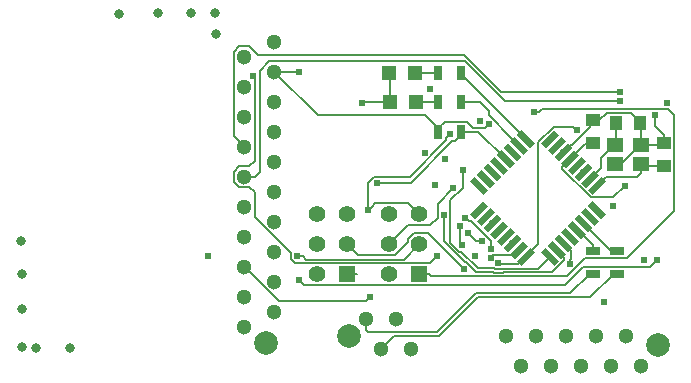
<source format=gbr>
G04 #@! TF.GenerationSoftware,KiCad,Pcbnew,5.1.4-e60b266~84~ubuntu18.04.1*
G04 #@! TF.CreationDate,2019-12-14T18:51:20-05:00*
G04 #@! TF.ProjectId,dashboard_MKV_ewan,64617368-626f-4617-9264-5f4d4b565f65,rev?*
G04 #@! TF.SameCoordinates,Original*
G04 #@! TF.FileFunction,Copper,L4,Bot*
G04 #@! TF.FilePolarity,Positive*
%FSLAX46Y46*%
G04 Gerber Fmt 4.6, Leading zero omitted, Abs format (unit mm)*
G04 Created by KiCad (PCBNEW 5.1.4-e60b266~84~ubuntu18.04.1) date 2019-12-14 18:51:20*
%MOMM*%
%LPD*%
G04 APERTURE LIST*
%ADD10C,1.300000*%
%ADD11C,2.000000*%
%ADD12R,0.700000X1.300000*%
%ADD13R,1.250000X1.000000*%
%ADD14R,1.000000X1.250000*%
%ADD15R,1.200000X1.200000*%
%ADD16R,1.400000X1.400000*%
%ADD17C,1.400000*%
%ADD18R,1.300000X0.700000*%
%ADD19C,0.550000*%
%ADD20C,0.100000*%
%ADD21R,1.400000X1.200000*%
%ADD22C,0.800000*%
%ADD23C,0.609600*%
%ADD24C,0.152400*%
G04 APERTURE END LIST*
D10*
X189157200Y-84934600D03*
X189157200Y-87474600D03*
X189157200Y-90014600D03*
X189157200Y-82394600D03*
X191697200Y-88744600D03*
X191697200Y-86204600D03*
X191697200Y-83664600D03*
X191697200Y-81124600D03*
X189157200Y-79854600D03*
X191697200Y-78584600D03*
X189157200Y-77314600D03*
X191697200Y-76044600D03*
X189157200Y-74774600D03*
X191697200Y-73504600D03*
X189157200Y-72234600D03*
X191697200Y-70964600D03*
X189157200Y-69694600D03*
X191697200Y-68424600D03*
X189157200Y-67154600D03*
X191697200Y-65884600D03*
D11*
X190957200Y-91414600D03*
D10*
X201958400Y-89355800D03*
X199418400Y-89355800D03*
X200688400Y-91895800D03*
X203228400Y-91895800D03*
D11*
X198018400Y-90855800D03*
D12*
X205552000Y-73533000D03*
X207452000Y-73533000D03*
D13*
X218643200Y-72507600D03*
X218643200Y-74507600D03*
D14*
X222615000Y-72771000D03*
X220615000Y-72771000D03*
D13*
X224663000Y-76438000D03*
X224663000Y-74438000D03*
D15*
X201465000Y-70993000D03*
X203665000Y-70993000D03*
X203622000Y-68580000D03*
X201422000Y-68580000D03*
D10*
X217652600Y-93370400D03*
X220192600Y-93370400D03*
X222732600Y-93370400D03*
X215112600Y-93370400D03*
X221462600Y-90830400D03*
X218922600Y-90830400D03*
X216382600Y-90830400D03*
X213842600Y-90830400D03*
X212572600Y-93370400D03*
X211302600Y-90830400D03*
D11*
X224132600Y-91570400D03*
D16*
X197866000Y-85598000D03*
D17*
X195326000Y-85598000D03*
X197866000Y-83058000D03*
X195326000Y-83058000D03*
X197866000Y-80518000D03*
X195326000Y-80518000D03*
X201422000Y-80518000D03*
X203962000Y-80518000D03*
X201422000Y-83058000D03*
X203962000Y-83058000D03*
X201422000Y-85598000D03*
D16*
X203962000Y-85598000D03*
D12*
X205552000Y-70993000D03*
X207452000Y-70993000D03*
X207452000Y-68580000D03*
X205552000Y-68580000D03*
D18*
X218694000Y-83632000D03*
X218694000Y-85532000D03*
X220726000Y-85532000D03*
X220726000Y-83632000D03*
D19*
X215020305Y-74135897D03*
D20*
G36*
X215391536Y-73375757D02*
G01*
X215780445Y-73764666D01*
X214649074Y-74896037D01*
X214260165Y-74507128D01*
X215391536Y-73375757D01*
X215391536Y-73375757D01*
G37*
D19*
X215585990Y-74701583D03*
D20*
G36*
X215957221Y-73941443D02*
G01*
X216346130Y-74330352D01*
X215214759Y-75461723D01*
X214825850Y-75072814D01*
X215957221Y-73941443D01*
X215957221Y-73941443D01*
G37*
D19*
X216151676Y-75267268D03*
D20*
G36*
X216522907Y-74507128D02*
G01*
X216911816Y-74896037D01*
X215780445Y-76027408D01*
X215391536Y-75638499D01*
X216522907Y-74507128D01*
X216522907Y-74507128D01*
G37*
D19*
X216717361Y-75832953D03*
D20*
G36*
X217088592Y-75072813D02*
G01*
X217477501Y-75461722D01*
X216346130Y-76593093D01*
X215957221Y-76204184D01*
X217088592Y-75072813D01*
X217088592Y-75072813D01*
G37*
D19*
X217283047Y-76398639D03*
D20*
G36*
X217654278Y-75638499D02*
G01*
X218043187Y-76027408D01*
X216911816Y-77158779D01*
X216522907Y-76769870D01*
X217654278Y-75638499D01*
X217654278Y-75638499D01*
G37*
D19*
X217848732Y-76964324D03*
D20*
G36*
X218219963Y-76204184D02*
G01*
X218608872Y-76593093D01*
X217477501Y-77724464D01*
X217088592Y-77335555D01*
X218219963Y-76204184D01*
X218219963Y-76204184D01*
G37*
D19*
X218414417Y-77530010D03*
D20*
G36*
X218785648Y-76769870D02*
G01*
X219174557Y-77158779D01*
X218043186Y-78290150D01*
X217654277Y-77901241D01*
X218785648Y-76769870D01*
X218785648Y-76769870D01*
G37*
D19*
X218980103Y-78095695D03*
D20*
G36*
X219351334Y-77335555D02*
G01*
X219740243Y-77724464D01*
X218608872Y-78855835D01*
X218219963Y-78466926D01*
X219351334Y-77335555D01*
X219351334Y-77335555D01*
G37*
D19*
X218980103Y-80146305D03*
D20*
G36*
X219740243Y-80517536D02*
G01*
X219351334Y-80906445D01*
X218219963Y-79775074D01*
X218608872Y-79386165D01*
X219740243Y-80517536D01*
X219740243Y-80517536D01*
G37*
D19*
X218414417Y-80711990D03*
D20*
G36*
X219174557Y-81083221D02*
G01*
X218785648Y-81472130D01*
X217654277Y-80340759D01*
X218043186Y-79951850D01*
X219174557Y-81083221D01*
X219174557Y-81083221D01*
G37*
D19*
X217848732Y-81277676D03*
D20*
G36*
X218608872Y-81648907D02*
G01*
X218219963Y-82037816D01*
X217088592Y-80906445D01*
X217477501Y-80517536D01*
X218608872Y-81648907D01*
X218608872Y-81648907D01*
G37*
D19*
X217283047Y-81843361D03*
D20*
G36*
X218043187Y-82214592D02*
G01*
X217654278Y-82603501D01*
X216522907Y-81472130D01*
X216911816Y-81083221D01*
X218043187Y-82214592D01*
X218043187Y-82214592D01*
G37*
D19*
X216717361Y-82409047D03*
D20*
G36*
X217477501Y-82780278D02*
G01*
X217088592Y-83169187D01*
X215957221Y-82037816D01*
X216346130Y-81648907D01*
X217477501Y-82780278D01*
X217477501Y-82780278D01*
G37*
D19*
X216151676Y-82974732D03*
D20*
G36*
X216911816Y-83345963D02*
G01*
X216522907Y-83734872D01*
X215391536Y-82603501D01*
X215780445Y-82214592D01*
X216911816Y-83345963D01*
X216911816Y-83345963D01*
G37*
D19*
X215585990Y-83540417D03*
D20*
G36*
X216346130Y-83911648D02*
G01*
X215957221Y-84300557D01*
X214825850Y-83169186D01*
X215214759Y-82780277D01*
X216346130Y-83911648D01*
X216346130Y-83911648D01*
G37*
D19*
X215020305Y-84106103D03*
D20*
G36*
X215780445Y-84477334D02*
G01*
X215391536Y-84866243D01*
X214260165Y-83734872D01*
X214649074Y-83345963D01*
X215780445Y-84477334D01*
X215780445Y-84477334D01*
G37*
D19*
X212969695Y-84106103D03*
D20*
G36*
X213340926Y-83345963D02*
G01*
X213729835Y-83734872D01*
X212598464Y-84866243D01*
X212209555Y-84477334D01*
X213340926Y-83345963D01*
X213340926Y-83345963D01*
G37*
D19*
X212404010Y-83540417D03*
D20*
G36*
X212775241Y-82780277D02*
G01*
X213164150Y-83169186D01*
X212032779Y-84300557D01*
X211643870Y-83911648D01*
X212775241Y-82780277D01*
X212775241Y-82780277D01*
G37*
D19*
X211838324Y-82974732D03*
D20*
G36*
X212209555Y-82214592D02*
G01*
X212598464Y-82603501D01*
X211467093Y-83734872D01*
X211078184Y-83345963D01*
X212209555Y-82214592D01*
X212209555Y-82214592D01*
G37*
D19*
X211272639Y-82409047D03*
D20*
G36*
X211643870Y-81648907D02*
G01*
X212032779Y-82037816D01*
X210901408Y-83169187D01*
X210512499Y-82780278D01*
X211643870Y-81648907D01*
X211643870Y-81648907D01*
G37*
D19*
X210706953Y-81843361D03*
D20*
G36*
X211078184Y-81083221D02*
G01*
X211467093Y-81472130D01*
X210335722Y-82603501D01*
X209946813Y-82214592D01*
X211078184Y-81083221D01*
X211078184Y-81083221D01*
G37*
D19*
X210141268Y-81277676D03*
D20*
G36*
X210512499Y-80517536D02*
G01*
X210901408Y-80906445D01*
X209770037Y-82037816D01*
X209381128Y-81648907D01*
X210512499Y-80517536D01*
X210512499Y-80517536D01*
G37*
D19*
X209575583Y-80711990D03*
D20*
G36*
X209946814Y-79951850D02*
G01*
X210335723Y-80340759D01*
X209204352Y-81472130D01*
X208815443Y-81083221D01*
X209946814Y-79951850D01*
X209946814Y-79951850D01*
G37*
D19*
X209009897Y-80146305D03*
D20*
G36*
X209381128Y-79386165D02*
G01*
X209770037Y-79775074D01*
X208638666Y-80906445D01*
X208249757Y-80517536D01*
X209381128Y-79386165D01*
X209381128Y-79386165D01*
G37*
D19*
X209009897Y-78095695D03*
D20*
G36*
X209770037Y-78466926D02*
G01*
X209381128Y-78855835D01*
X208249757Y-77724464D01*
X208638666Y-77335555D01*
X209770037Y-78466926D01*
X209770037Y-78466926D01*
G37*
D19*
X209575583Y-77530010D03*
D20*
G36*
X210335723Y-77901241D02*
G01*
X209946814Y-78290150D01*
X208815443Y-77158779D01*
X209204352Y-76769870D01*
X210335723Y-77901241D01*
X210335723Y-77901241D01*
G37*
D19*
X210141268Y-76964324D03*
D20*
G36*
X210901408Y-77335555D02*
G01*
X210512499Y-77724464D01*
X209381128Y-76593093D01*
X209770037Y-76204184D01*
X210901408Y-77335555D01*
X210901408Y-77335555D01*
G37*
D19*
X210706953Y-76398639D03*
D20*
G36*
X211467093Y-76769870D02*
G01*
X211078184Y-77158779D01*
X209946813Y-76027408D01*
X210335722Y-75638499D01*
X211467093Y-76769870D01*
X211467093Y-76769870D01*
G37*
D19*
X211272639Y-75832953D03*
D20*
G36*
X212032779Y-76204184D02*
G01*
X211643870Y-76593093D01*
X210512499Y-75461722D01*
X210901408Y-75072813D01*
X212032779Y-76204184D01*
X212032779Y-76204184D01*
G37*
D19*
X211838324Y-75267268D03*
D20*
G36*
X212598464Y-75638499D02*
G01*
X212209555Y-76027408D01*
X211078184Y-74896037D01*
X211467093Y-74507128D01*
X212598464Y-75638499D01*
X212598464Y-75638499D01*
G37*
D19*
X212404010Y-74701583D03*
D20*
G36*
X213164150Y-75072814D02*
G01*
X212775241Y-75461723D01*
X211643870Y-74330352D01*
X212032779Y-73941443D01*
X213164150Y-75072814D01*
X213164150Y-75072814D01*
G37*
D19*
X212969695Y-74135897D03*
D20*
G36*
X213729835Y-74507128D02*
G01*
X213340926Y-74896037D01*
X212209555Y-73764666D01*
X212598464Y-73375757D01*
X213729835Y-74507128D01*
X213729835Y-74507128D01*
G37*
D21*
X220515000Y-74638000D03*
X222715000Y-74638000D03*
X222715000Y-76238000D03*
X220515000Y-76238000D03*
D22*
X181856380Y-63482220D03*
X178521360Y-63517780D03*
X186692540Y-63482220D03*
X184591960Y-63482220D03*
X170256200Y-82796380D03*
X170357800Y-85598000D03*
X170357800Y-88544400D03*
X170357800Y-91770200D03*
X174365920Y-91826080D03*
X186740800Y-65227200D03*
X171485560Y-91813380D03*
D23*
X219595897Y-87925577D03*
X222961200Y-84419999D03*
X209143600Y-72593200D03*
X199136000Y-71069186D03*
X224948306Y-71079179D03*
X223901000Y-72145989D03*
X206121000Y-75819000D03*
X204876400Y-69900800D03*
X221386400Y-78089999D03*
X209843226Y-72895142D03*
X186080400Y-84023200D03*
X220328830Y-79816030D03*
X193751200Y-68478400D03*
X209843226Y-72895142D03*
X204437870Y-75304270D03*
X209995144Y-84209016D03*
X207843730Y-80783951D03*
X210007450Y-83439000D03*
X199771000Y-87503000D03*
X206857600Y-78282800D03*
X199627414Y-80183914D03*
X206552800Y-73710800D03*
X213664800Y-71831200D03*
X208661008Y-84074000D03*
X193649600Y-84074000D03*
X207450671Y-81474329D03*
X207603417Y-83135773D03*
X224098229Y-84347429D03*
X193751200Y-86106000D03*
X220916381Y-70933877D03*
X220937149Y-70172158D03*
X208085671Y-82109329D03*
X189915800Y-68834000D03*
X205486000Y-84074000D03*
X209245437Y-82804000D03*
X207645000Y-76771500D03*
X205295500Y-78041500D03*
X217297725Y-73388817D03*
X207719335Y-85107197D03*
X210644064Y-84608472D03*
X206042336Y-80566336D03*
X200406000Y-77848000D03*
X216725500Y-84709000D03*
D24*
X224463000Y-74638000D02*
X224663000Y-74438000D01*
X222715000Y-74638000D02*
X224463000Y-74638000D01*
X222715000Y-72871000D02*
X222615000Y-72771000D01*
X222715000Y-74638000D02*
X222715000Y-72871000D01*
X222615000Y-74638000D02*
X222715000Y-74638000D01*
X221015000Y-76238000D02*
X222615000Y-74638000D01*
X220515000Y-76238000D02*
X221015000Y-76238000D01*
X201465000Y-68623000D02*
X201422000Y-68580000D01*
X201465000Y-70993000D02*
X201465000Y-68623000D01*
X221886399Y-71917399D02*
X219833001Y-71917399D01*
X219217400Y-72533000D02*
X218440000Y-72533000D01*
X222615000Y-72771000D02*
X222615000Y-72646000D01*
X219833001Y-71917399D02*
X219217400Y-72533000D01*
X222615000Y-72646000D02*
X221886399Y-71917399D01*
X218440000Y-73079465D02*
X218440000Y-72533000D01*
X216888592Y-74630873D02*
X218440000Y-73079465D01*
X216151676Y-75267268D02*
X216788071Y-74630873D01*
X216788071Y-74630873D02*
X216888592Y-74630873D01*
X220515000Y-76238000D02*
X221036998Y-76238000D01*
X201465000Y-70993000D02*
X199212186Y-70993000D01*
X199212186Y-70993000D02*
X199136000Y-71069186D01*
X224663000Y-73785600D02*
X223901000Y-73023600D01*
X224663000Y-74438000D02*
X224663000Y-73785600D01*
X223901000Y-73023600D02*
X223901000Y-72009000D01*
X223901000Y-72009000D02*
X223901000Y-72145989D01*
X205552000Y-73233000D02*
X204455000Y-72136000D01*
X195408600Y-72136000D02*
X191697200Y-68424600D01*
X204455000Y-72136000D02*
X195408600Y-72136000D01*
X218017314Y-74533000D02*
X218440000Y-74533000D01*
X216717361Y-75832953D02*
X218017314Y-74533000D01*
X220391954Y-79084445D02*
X221386400Y-78089999D01*
X218514177Y-79084445D02*
X220391954Y-79084445D01*
X216080966Y-76651234D02*
X218514177Y-79084445D01*
X216717361Y-75832953D02*
X216080966Y-76469348D01*
X216080966Y-76469348D02*
X216080966Y-76651234D01*
X191697200Y-68424600D02*
X193697400Y-68424600D01*
X193697400Y-68424600D02*
X193751200Y-68478400D01*
X205552000Y-73533000D02*
X205552000Y-73233000D01*
X205552000Y-73233000D02*
X206130601Y-72654399D01*
X206130601Y-72654399D02*
X207984881Y-72654399D01*
X207984881Y-72654399D02*
X208530423Y-73199941D01*
X208530423Y-73199941D02*
X209538427Y-73199941D01*
X209538427Y-73199941D02*
X209843226Y-72895142D01*
X210240678Y-83963482D02*
X209995144Y-84209016D01*
X212404010Y-83540417D02*
X211980945Y-83963482D01*
X211980945Y-83963482D02*
X210240678Y-83963482D01*
X220415000Y-74638000D02*
X219329000Y-75724000D01*
X220515000Y-74638000D02*
X220415000Y-74638000D01*
X219329000Y-76615427D02*
X218414417Y-77530010D01*
X219329000Y-75724000D02*
X219329000Y-76615427D01*
X220615000Y-74538000D02*
X220515000Y-74638000D01*
X220615000Y-72771000D02*
X220615000Y-74538000D01*
X222715000Y-76238000D02*
X222488798Y-76238000D01*
X222915000Y-76438000D02*
X222715000Y-76238000D01*
X224663000Y-76438000D02*
X222915000Y-76438000D01*
X222715000Y-76990400D02*
X222362400Y-77343000D01*
X222715000Y-76238000D02*
X222715000Y-76990400D01*
X219732798Y-77343000D02*
X218980103Y-78095695D01*
X222362400Y-77343000D02*
X219732798Y-77343000D01*
X207843730Y-80783951D02*
X208148529Y-81088750D01*
X208148529Y-81088750D02*
X208319623Y-81088750D01*
X208319623Y-81088750D02*
X210007450Y-82776577D01*
X210007450Y-83007948D02*
X210007450Y-83439000D01*
X210007450Y-82776577D02*
X210007450Y-83007948D01*
X203665000Y-70993000D02*
X205552000Y-70993000D01*
X204374400Y-68580000D02*
X205552000Y-68580000D01*
X203622000Y-68580000D02*
X204374400Y-68580000D01*
X189807199Y-85584599D02*
X189157200Y-84934600D01*
X192088599Y-87865999D02*
X189807199Y-85584599D01*
X199408001Y-87865999D02*
X192088599Y-87865999D01*
X199771000Y-87503000D02*
X199408001Y-87865999D01*
X205508935Y-79631465D02*
X206857600Y-78282800D01*
X201422000Y-83058000D02*
X203033399Y-81446601D01*
X203033399Y-81446601D02*
X204884703Y-81446601D01*
X204884703Y-81446601D02*
X205508935Y-80822369D01*
X205508935Y-80822369D02*
X205508935Y-79631465D01*
X199932213Y-79879115D02*
X199627414Y-80183914D01*
X200221929Y-79589399D02*
X199932213Y-79879115D01*
X203033399Y-79589399D02*
X200221929Y-79589399D01*
X203962000Y-80518000D02*
X203033399Y-79589399D01*
X199627414Y-80183914D02*
X199627414Y-77837152D01*
X199627414Y-77837152D02*
X200149967Y-77314599D01*
X200149967Y-77314599D02*
X203181883Y-77314599D01*
X203181883Y-77314599D02*
X206248001Y-74248481D01*
X206248001Y-74248481D02*
X206248001Y-74015599D01*
X206248001Y-74015599D02*
X206552800Y-73710800D01*
X221558881Y-84210601D02*
X225516601Y-80252881D01*
X216506234Y-85717700D02*
X218013333Y-84210601D01*
X204920870Y-85704470D02*
X210088492Y-85704470D01*
X204814400Y-85598000D02*
X204920870Y-85704470D01*
X211186406Y-85717700D02*
X216506234Y-85717700D01*
X225516601Y-80252881D02*
X225516601Y-72102360D01*
X203962000Y-85598000D02*
X204814400Y-85598000D01*
X210135518Y-85751496D02*
X211152610Y-85751496D01*
X210088492Y-85704470D02*
X210135518Y-85751496D01*
X218013333Y-84210601D02*
X221558881Y-84210601D01*
X225516601Y-72102360D02*
X225026830Y-71612589D01*
X211152610Y-85751496D02*
X211186406Y-85717700D01*
X214095852Y-71831200D02*
X213664800Y-71831200D01*
X225026830Y-71612589D02*
X214314463Y-71612589D01*
X214314463Y-71612589D02*
X214095852Y-71831200D01*
X194080652Y-84074000D02*
X193649600Y-84074000D01*
X194371240Y-84364588D02*
X194080652Y-84074000D01*
X203962000Y-83058000D02*
X202655412Y-84364588D01*
X202655412Y-84364588D02*
X194371240Y-84364588D01*
X207450671Y-81474329D02*
X207450671Y-82983027D01*
X207450671Y-82983027D02*
X207603417Y-83135773D01*
X194171801Y-86526601D02*
X193751200Y-86106000D01*
X216287917Y-86526601D02*
X194171801Y-86526601D01*
X224098229Y-84347429D02*
X223492259Y-84953399D01*
X217861119Y-84953399D02*
X216287917Y-86526601D01*
X223492259Y-84953399D02*
X217861119Y-84953399D01*
X220485329Y-70933877D02*
X220916381Y-70933877D01*
X211217359Y-70933877D02*
X220485329Y-70933877D01*
X190076438Y-77314600D02*
X190449200Y-76941838D01*
X189157200Y-77314600D02*
X190076438Y-77314600D01*
X190449200Y-76941838D02*
X190449200Y-68372270D01*
X190449200Y-68372270D02*
X191275471Y-67545999D01*
X191275471Y-67545999D02*
X207829481Y-67545999D01*
X207829481Y-67545999D02*
X211217359Y-70933877D01*
X188278599Y-73895999D02*
X188507201Y-74124601D01*
X188507201Y-74124601D02*
X189157200Y-74774600D01*
X188278599Y-66732871D02*
X188278599Y-73895999D01*
X188735471Y-66275999D02*
X188278599Y-66732871D01*
X190295430Y-66992500D02*
X189578929Y-66275999D01*
X189578929Y-66275999D02*
X188735471Y-66275999D01*
X207707048Y-66992500D02*
X190295430Y-66992500D01*
X210886706Y-70172158D02*
X207707048Y-66992500D01*
X220937149Y-70172158D02*
X210886706Y-70172158D01*
X193116199Y-84330033D02*
X193455564Y-84669398D01*
X204890602Y-84669398D02*
X205486000Y-84074000D01*
X193116199Y-83817967D02*
X193116199Y-84330033D01*
X190035801Y-80737569D02*
X193116199Y-83817967D01*
X190035801Y-78650073D02*
X190035801Y-80737569D01*
X189578929Y-78193201D02*
X190035801Y-78650073D01*
X188735471Y-78193201D02*
X189578929Y-78193201D01*
X188278599Y-77736329D02*
X188735471Y-78193201D01*
X193455564Y-84669398D02*
X204890602Y-84669398D01*
X190035801Y-68954001D02*
X190035801Y-75979127D01*
X189915800Y-68834000D02*
X190035801Y-68954001D01*
X190035801Y-75979127D02*
X189578929Y-76435999D01*
X189578929Y-76435999D02*
X188735471Y-76435999D01*
X188735471Y-76435999D02*
X188278599Y-76892871D01*
X188278599Y-76892871D02*
X188278599Y-77736329D01*
X208780342Y-82804000D02*
X208814385Y-82804000D01*
X208085671Y-82109329D02*
X208780342Y-82804000D01*
X208814385Y-82804000D02*
X209245437Y-82804000D01*
X218694000Y-85532000D02*
X218394000Y-85532000D01*
X218394000Y-85532000D02*
X216727810Y-87198190D01*
X216727810Y-87198190D02*
X208788744Y-87198190D01*
X205486744Y-90500190D02*
X199643552Y-90500190D01*
X208788744Y-87198190D02*
X205486744Y-90500190D01*
X199418400Y-90275038D02*
X199418400Y-89355800D01*
X199643552Y-90500190D02*
X199418400Y-90275038D01*
X200688400Y-91895800D02*
X201779200Y-90805000D01*
X201779200Y-90805000D02*
X205613000Y-90805000D01*
X205613000Y-90805000D02*
X208915000Y-87503000D01*
X220426000Y-85532000D02*
X220726000Y-85532000D01*
X218455000Y-87503000D02*
X220426000Y-85532000D01*
X208915000Y-87503000D02*
X218455000Y-87503000D01*
X197866000Y-85598000D02*
X198718400Y-85598000D01*
X214018330Y-85108078D02*
X210933894Y-85108078D01*
X210388030Y-85141874D02*
X210341007Y-85094851D01*
X210341007Y-85094851D02*
X208892413Y-85094851D01*
X207645000Y-78259436D02*
X207645000Y-77202552D01*
X208892413Y-85094851D02*
X207466737Y-83669175D01*
X206603598Y-79300838D02*
X207645000Y-78259436D01*
X207466737Y-83669175D02*
X207347383Y-83669175D01*
X206603598Y-82925390D02*
X206603598Y-79300838D01*
X207347383Y-83669175D02*
X206603598Y-82925390D01*
X210933894Y-85108078D02*
X210900098Y-85141874D01*
X210900098Y-85141874D02*
X210388030Y-85141874D01*
X215020305Y-84106103D02*
X214018330Y-85108078D01*
X207645000Y-77202552D02*
X207645000Y-76771500D01*
X214031555Y-83044243D02*
X214031555Y-74412433D01*
X214031555Y-74412433D02*
X215359970Y-73084018D01*
X215359970Y-73084018D02*
X216992926Y-73084018D01*
X212969695Y-84106103D02*
X214031555Y-83044243D01*
X216992926Y-73084018D02*
X217297725Y-73388817D01*
X203033399Y-82612271D02*
X203516271Y-82129399D01*
X207414536Y-84802398D02*
X207719335Y-85107197D01*
X203516271Y-82129399D02*
X204741537Y-82129399D01*
X201867729Y-83986601D02*
X202488800Y-83365530D01*
X202488800Y-83365530D02*
X202488800Y-83362800D01*
X198794601Y-83986601D02*
X201867729Y-83986601D01*
X202488800Y-83362800D02*
X203033399Y-82818201D01*
X212333300Y-84742498D02*
X210778090Y-84742498D01*
X204741537Y-82129399D02*
X207414536Y-84802398D01*
X197866000Y-83058000D02*
X198794601Y-83986601D01*
X210778090Y-84742498D02*
X210644064Y-84608472D01*
X203033399Y-82818201D02*
X203033399Y-82612271D01*
X212969695Y-84106103D02*
X212333300Y-84742498D01*
X215168195Y-85412889D02*
X216222385Y-84358699D01*
X216222385Y-84176812D02*
X215585990Y-83540417D01*
X206042336Y-80566336D02*
X206042336Y-82795195D01*
X216222385Y-84358699D02*
X216222385Y-84176812D01*
X210261774Y-85446685D02*
X211026354Y-85446685D01*
X207940279Y-84573784D02*
X208766157Y-85399662D01*
X206042336Y-82795195D02*
X207820925Y-84573784D01*
X211060150Y-85412889D02*
X215168195Y-85412889D01*
X207820925Y-84573784D02*
X207940279Y-84573784D01*
X211026354Y-85446685D02*
X211060150Y-85412889D01*
X210214751Y-85399662D02*
X210261774Y-85446685D01*
X208766157Y-85399662D02*
X210214751Y-85399662D01*
X208972686Y-73533000D02*
X211272639Y-75832953D01*
X207452000Y-73533000D02*
X208972686Y-73533000D01*
X203228400Y-77848000D02*
X200837052Y-77848000D01*
X206741000Y-74335400D02*
X203228400Y-77848000D01*
X206949600Y-74335400D02*
X206741000Y-74335400D01*
X207452000Y-73533000D02*
X207452000Y-73833000D01*
X207452000Y-73833000D02*
X206949600Y-74335400D01*
X200837052Y-77848000D02*
X200406000Y-77848000D01*
X207452000Y-70993000D02*
X209069434Y-70993000D01*
X209069434Y-70993000D02*
X209829403Y-71752967D01*
X209829403Y-71752967D02*
X209829403Y-72126976D01*
X211767615Y-74065188D02*
X212404010Y-74701583D01*
X209829403Y-72126976D02*
X211767615Y-74065188D01*
X207452000Y-68618202D02*
X207452000Y-68580000D01*
X212969695Y-74135897D02*
X207452000Y-68618202D01*
X217407761Y-81843361D02*
X217283047Y-81843361D01*
X218694000Y-83129600D02*
X217407761Y-81843361D01*
X218694000Y-83632000D02*
X218694000Y-83129600D01*
X220203056Y-83632000D02*
X217848732Y-81277676D01*
X220726000Y-83632000D02*
X220203056Y-83632000D01*
X216788071Y-83611127D02*
X216151676Y-82974732D01*
X216788071Y-84327071D02*
X216788071Y-83611127D01*
X216789000Y-84328000D02*
X216788071Y-84327071D01*
X216725500Y-84709000D02*
X216725500Y-84391500D01*
X216725500Y-84391500D02*
X216789000Y-84328000D01*
M02*

</source>
